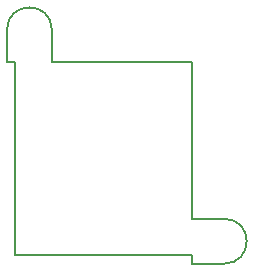
<source format=gbr>
G04 #@! TF.GenerationSoftware,KiCad,Pcbnew,(5.1.6)-1*
G04 #@! TF.CreationDate,2020-08-30T17:28:20+02:00*
G04 #@! TF.ProjectId,Freude_Microcontroller,46726575-6465-45f4-9d69-63726f636f6e,rev?*
G04 #@! TF.SameCoordinates,Original*
G04 #@! TF.FileFunction,Profile,NP*
%FSLAX46Y46*%
G04 Gerber Fmt 4.6, Leading zero omitted, Abs format (unit mm)*
G04 Created by KiCad (PCBNEW (5.1.6)-1) date 2020-08-30 17:28:20*
%MOMM*%
%LPD*%
G01*
G04 APERTURE LIST*
G04 #@! TA.AperFunction,Profile*
%ADD10C,0.150000*%
G04 #@! TD*
G04 APERTURE END LIST*
D10*
X192475000Y-71625000D02*
X191775000Y-71625000D01*
X207475000Y-88025000D02*
X207475000Y-88725000D01*
X192475000Y-71625000D02*
X192475000Y-88025000D01*
X191775000Y-71625000D02*
X191775000Y-68925000D01*
X191775000Y-68925000D02*
G75*
G02*
X195575000Y-68925000I1900000J0D01*
G01*
X195575000Y-71625000D02*
X195575000Y-68925000D01*
X207475000Y-71625000D02*
X195575000Y-71625000D01*
X207475000Y-84925000D02*
X207475000Y-71625000D01*
X207475000Y-84925000D02*
X210175000Y-84925000D01*
X210175000Y-84925000D02*
G75*
G02*
X210175000Y-88725000I0J-1900000D01*
G01*
X207475000Y-88725000D02*
X210175000Y-88725000D01*
X192475000Y-88025000D02*
X207475000Y-88025000D01*
M02*

</source>
